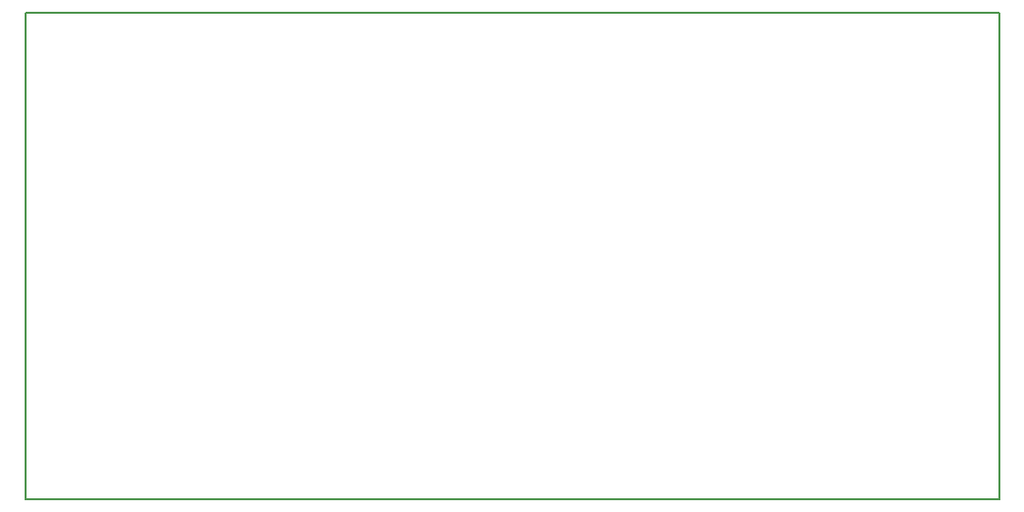
<source format=gbr>
G04 DipTrace 3.3.1.3*
G04 BoardOutline.gbr*
%MOIN*%
G04 #@! TF.FileFunction,Profile*
G04 #@! TF.Part,Single*
%ADD11C,0.005512*%
%FSLAX26Y26*%
G04*
G70*
G90*
G75*
G01*
G04 BoardOutline*
%LPD*%
X393701Y2043701D2*
D11*
X3693701D1*
Y393701D1*
X393701D1*
Y2043701D1*
M02*

</source>
